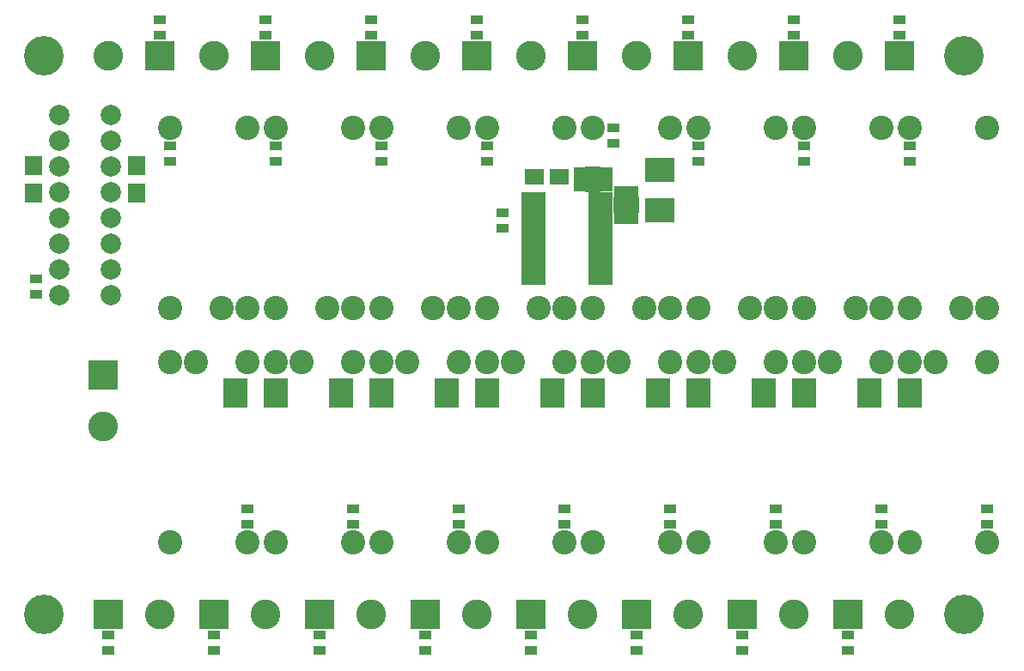
<source format=gbs>
G04 #@! TF.FileFunction,Soldermask,Bot*
%FSLAX46Y46*%
G04 Gerber Fmt 4.6, Leading zero omitted, Abs format (unit mm)*
G04 Created by KiCad (PCBNEW 4.0.0-stable) date 06.09.2016 12:35:27*
%MOMM*%
G01*
G04 APERTURE LIST*
%ADD10C,0.100000*%
%ADD11R,2.400000X2.900000*%
%ADD12R,1.900000X1.650000*%
%ADD13R,2.900000X2.400000*%
%ADD14R,1.300000X0.900000*%
%ADD15R,1.400000X2.400000*%
%ADD16R,1.600000X2.600000*%
%ADD17C,2.000000*%
%ADD18R,2.940000X2.940000*%
%ADD19C,2.940000*%
%ADD20R,2.400000X0.800000*%
%ADD21C,2.400000*%
%ADD22R,2.400000X1.400000*%
%ADD23R,2.600000X1.600000*%
%ADD24C,3.900000*%
%ADD25R,1.700000X1.900000*%
G04 APERTURE END LIST*
D10*
D11*
X64548000Y-67564000D03*
X68548000Y-67564000D03*
X74962000Y-67564000D03*
X78962000Y-67564000D03*
X85376000Y-67564000D03*
X89376000Y-67564000D03*
X95790000Y-67564000D03*
X99790000Y-67564000D03*
X54134000Y-67564000D03*
X58134000Y-67564000D03*
D12*
X83586000Y-46228000D03*
X86086000Y-46228000D03*
D13*
X96012000Y-45498000D03*
X96012000Y-49498000D03*
D14*
X34544000Y-56273000D03*
X34544000Y-57773000D03*
D15*
X90608000Y-46482000D03*
D16*
X89408000Y-46482000D03*
D15*
X88208000Y-46482000D03*
D14*
X119634000Y-30746000D03*
X119634000Y-32246000D03*
X120650000Y-44692000D03*
X120650000Y-43192000D03*
X114554000Y-92952000D03*
X114554000Y-91452000D03*
X128270000Y-79006000D03*
X128270000Y-80506000D03*
X109220000Y-30746000D03*
X109220000Y-32246000D03*
X110236000Y-44692000D03*
X110236000Y-43192000D03*
X104140000Y-92952000D03*
X104140000Y-91452000D03*
X117856000Y-79006000D03*
X117856000Y-80506000D03*
X98806000Y-30746000D03*
X98806000Y-32246000D03*
X99822000Y-44692000D03*
X99822000Y-43192000D03*
X93726000Y-92952000D03*
X93726000Y-91452000D03*
X107442000Y-79006000D03*
X107442000Y-80506000D03*
X88392000Y-30746000D03*
X88392000Y-32246000D03*
X91440000Y-42914000D03*
X91440000Y-41414000D03*
X83312000Y-92952000D03*
X83312000Y-91452000D03*
D17*
X41910000Y-42672000D03*
X36830000Y-42672000D03*
X41910000Y-45212000D03*
X36830000Y-45212000D03*
X36830000Y-40132000D03*
X41910000Y-40132000D03*
X36830000Y-47752000D03*
X41910000Y-47752000D03*
X36830000Y-50292000D03*
X36830000Y-52832000D03*
X36830000Y-55372000D03*
X36830000Y-57912000D03*
X41910000Y-50292000D03*
X41910000Y-52832000D03*
X41910000Y-55372000D03*
X41910000Y-57912000D03*
D18*
X41148000Y-65786000D03*
D19*
X41148000Y-70866000D03*
D18*
X119634000Y-34290000D03*
D19*
X114554000Y-34290000D03*
D18*
X114554000Y-89408000D03*
D19*
X119634000Y-89408000D03*
D18*
X109220000Y-34290000D03*
D19*
X104140000Y-34290000D03*
D18*
X104140000Y-89408000D03*
D19*
X109220000Y-89408000D03*
D18*
X98806000Y-34290000D03*
D19*
X93726000Y-34290000D03*
D18*
X93726000Y-89408000D03*
D19*
X98806000Y-89408000D03*
D18*
X88392000Y-34290000D03*
D19*
X83312000Y-34290000D03*
D18*
X83312000Y-89408000D03*
D19*
X88392000Y-89408000D03*
D20*
X90168000Y-48099000D03*
X83568000Y-56549000D03*
X90168000Y-48749000D03*
X90168000Y-49399000D03*
X90168000Y-50049000D03*
X90168000Y-50699000D03*
X90168000Y-51349000D03*
X90168000Y-51999000D03*
X90168000Y-52649000D03*
X90168000Y-53299000D03*
X90168000Y-53949000D03*
X90168000Y-54599000D03*
X90168000Y-55249000D03*
X90168000Y-55899000D03*
X90168000Y-56549000D03*
X83568000Y-55899000D03*
X83568000Y-55249000D03*
X83568000Y-54599000D03*
X83568000Y-53949000D03*
X83568000Y-53299000D03*
X83568000Y-52649000D03*
X83568000Y-51999000D03*
X83568000Y-51349000D03*
X83568000Y-50699000D03*
X83568000Y-50049000D03*
X83568000Y-49399000D03*
X83568000Y-48749000D03*
X83568000Y-48099000D03*
D21*
X120650000Y-59182000D03*
X125730000Y-59182000D03*
X128270000Y-59182000D03*
X120650000Y-41402000D03*
X128270000Y-41402000D03*
X128270000Y-64516000D03*
X123190000Y-64516000D03*
X120650000Y-64516000D03*
X128270000Y-82296000D03*
X120650000Y-82296000D03*
X110236000Y-59182000D03*
X115316000Y-59182000D03*
X117856000Y-59182000D03*
X110236000Y-41402000D03*
X117856000Y-41402000D03*
X117856000Y-64516000D03*
X112776000Y-64516000D03*
X110236000Y-64516000D03*
X117856000Y-82296000D03*
X110236000Y-82296000D03*
X99822000Y-59182000D03*
X104902000Y-59182000D03*
X107442000Y-59182000D03*
X99822000Y-41402000D03*
X107442000Y-41402000D03*
X107442000Y-64516000D03*
X102362000Y-64516000D03*
X99822000Y-64516000D03*
X107442000Y-82296000D03*
X99822000Y-82296000D03*
X89408000Y-59182000D03*
X94488000Y-59182000D03*
X97028000Y-59182000D03*
X89408000Y-41402000D03*
X97028000Y-41402000D03*
X97028000Y-64516000D03*
X91948000Y-64516000D03*
X89408000Y-64516000D03*
X97028000Y-82296000D03*
X89408000Y-82296000D03*
D14*
X80518000Y-51296000D03*
X80518000Y-49796000D03*
D22*
X92710000Y-47822000D03*
D23*
X92710000Y-49022000D03*
D22*
X92710000Y-50222000D03*
D14*
X97028000Y-79006000D03*
X97028000Y-80506000D03*
X77978000Y-30746000D03*
X77978000Y-32246000D03*
X78994000Y-44692000D03*
X78994000Y-43192000D03*
X72898000Y-92952000D03*
X72898000Y-91452000D03*
X86614000Y-79006000D03*
X86614000Y-80506000D03*
X67564000Y-30746000D03*
X67564000Y-32246000D03*
X68580000Y-44692000D03*
X68580000Y-43192000D03*
X62484000Y-92952000D03*
X62484000Y-91452000D03*
X76200000Y-79006000D03*
X76200000Y-80506000D03*
X57150000Y-30746000D03*
X57150000Y-32246000D03*
X58166000Y-44692000D03*
X58166000Y-43192000D03*
X52070000Y-92952000D03*
X52070000Y-91452000D03*
X65786000Y-79006000D03*
X65786000Y-80506000D03*
X46736000Y-30746000D03*
X46736000Y-32246000D03*
X47752000Y-44692000D03*
X47752000Y-43192000D03*
X41656000Y-92952000D03*
X41656000Y-91452000D03*
X55372000Y-79006000D03*
X55372000Y-80506000D03*
D18*
X77978000Y-34290000D03*
D19*
X72898000Y-34290000D03*
D18*
X72898000Y-89408000D03*
D19*
X77978000Y-89408000D03*
D18*
X67564000Y-34290000D03*
D19*
X62484000Y-34290000D03*
D18*
X62484000Y-89408000D03*
D19*
X67564000Y-89408000D03*
D18*
X57150000Y-34290000D03*
D19*
X52070000Y-34290000D03*
D18*
X52070000Y-89408000D03*
D19*
X57150000Y-89408000D03*
D18*
X46736000Y-34290000D03*
D19*
X41656000Y-34290000D03*
D18*
X41656000Y-89408000D03*
D19*
X46736000Y-89408000D03*
D21*
X78994000Y-59182000D03*
X84074000Y-59182000D03*
X86614000Y-59182000D03*
X78994000Y-41402000D03*
X86614000Y-41402000D03*
X86614000Y-64516000D03*
X81534000Y-64516000D03*
X78994000Y-64516000D03*
X86614000Y-82296000D03*
X78994000Y-82296000D03*
X68580000Y-59182000D03*
X73660000Y-59182000D03*
X76200000Y-59182000D03*
X68580000Y-41402000D03*
X76200000Y-41402000D03*
X76200000Y-64516000D03*
X71120000Y-64516000D03*
X68580000Y-64516000D03*
X76200000Y-82296000D03*
X68580000Y-82296000D03*
X58166000Y-59182000D03*
X63246000Y-59182000D03*
X65786000Y-59182000D03*
X58166000Y-41402000D03*
X65786000Y-41402000D03*
X65786000Y-64516000D03*
X60706000Y-64516000D03*
X58166000Y-64516000D03*
X65786000Y-82296000D03*
X58166000Y-82296000D03*
X47752000Y-59182000D03*
X52832000Y-59182000D03*
X55372000Y-59182000D03*
X47752000Y-41402000D03*
X55372000Y-41402000D03*
X55372000Y-64516000D03*
X50292000Y-64516000D03*
X47752000Y-64516000D03*
X55372000Y-82296000D03*
X47752000Y-82296000D03*
D24*
X35306000Y-34290000D03*
X125984000Y-34290000D03*
X35306000Y-89408000D03*
X125984000Y-89408000D03*
D11*
X106204000Y-67564000D03*
X110204000Y-67564000D03*
X116618000Y-67564000D03*
X120618000Y-67564000D03*
D25*
X44450000Y-45132000D03*
X44450000Y-47832000D03*
X34290000Y-45132000D03*
X34290000Y-47832000D03*
M02*

</source>
